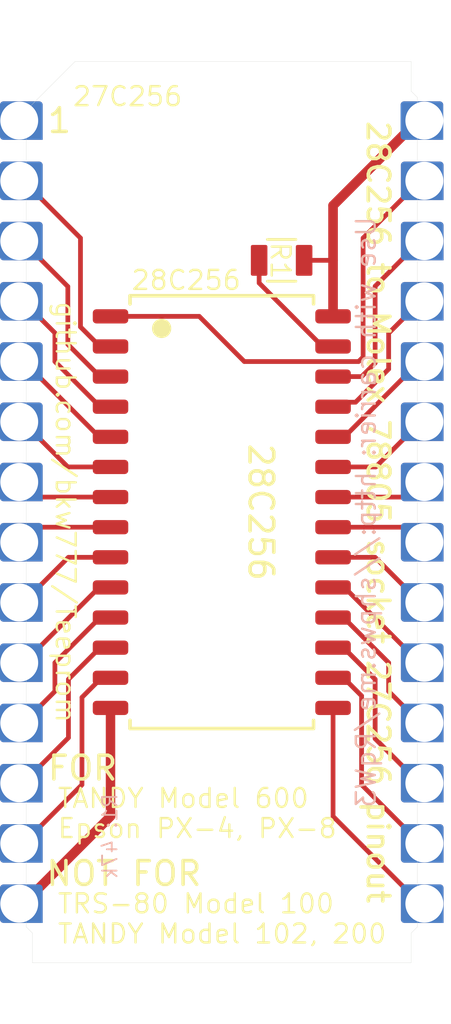
<source format=kicad_pcb>
(kicad_pcb (version 20171130) (host pcbnew 5.1.10-88a1d61d58~88~ubuntu20.10.1)

  (general
    (thickness 1.6)
    (drawings 24)
    (tracks 116)
    (zones 0)
    (modules 3)
    (nets 28)
  )

  (page A4)
  (title_block
    (title "28C256 to Molex 78805 socket with 27C256 pinout")
    (date 2021-05-10)
    (rev 003)
    (company b.kenyon.w@gmail.com)
  )

  (layers
    (0 Top signal)
    (31 Bottom signal)
    (32 B.Adhes user hide)
    (33 F.Adhes user hide)
    (34 B.Paste user hide)
    (35 F.Paste user hide)
    (36 B.SilkS user)
    (37 F.SilkS user)
    (38 B.Mask user)
    (39 F.Mask user)
    (40 Dwgs.User user hide)
    (41 Cmts.User user hide)
    (42 Eco1.User user hide)
    (43 Eco2.User user hide)
    (44 Edge.Cuts user)
    (45 Margin user hide)
    (46 B.CrtYd user hide)
    (47 F.CrtYd user hide)
    (48 B.Fab user hide)
    (49 F.Fab user hide)
  )

  (setup
    (last_trace_width 0.2)
    (user_trace_width 0.4)
    (trace_clearance 0.2)
    (zone_clearance 0.1524)
    (zone_45_only no)
    (trace_min 0.2)
    (via_size 0.5)
    (via_drill 0.3)
    (via_min_size 0.5)
    (via_min_drill 0.3)
    (uvia_size 0.5)
    (uvia_drill 0.3)
    (uvias_allowed no)
    (uvia_min_size 0.5)
    (uvia_min_drill 0.3)
    (edge_width 0.01)
    (segment_width 0.2032)
    (pcb_text_width 0.254)
    (pcb_text_size 1.2192 1.2192)
    (mod_edge_width 0.0254)
    (mod_text_size 0.4572 0.4572)
    (mod_text_width 0.0254)
    (pad_size 1.905 2.032)
    (pad_drill 1.524)
    (pad_to_mask_clearance 0)
    (solder_mask_min_width 0.22)
    (aux_axis_origin 0 0)
    (grid_origin 147.2184 99.187)
    (visible_elements FFFFFF7F)
    (pcbplotparams
      (layerselection 0x010f0_ffffffff)
      (usegerberextensions true)
      (usegerberattributes false)
      (usegerberadvancedattributes false)
      (creategerberjobfile false)
      (excludeedgelayer true)
      (linewidth 0.100000)
      (plotframeref false)
      (viasonmask false)
      (mode 1)
      (useauxorigin false)
      (hpglpennumber 1)
      (hpglpenspeed 20)
      (hpglpendiameter 15.000000)
      (psnegative false)
      (psa4output false)
      (plotreference true)
      (plotvalue true)
      (plotinvisibletext false)
      (padsonsilk false)
      (subtractmaskfromsilk false)
      (outputformat 1)
      (mirror false)
      (drillshape 0)
      (scaleselection 1)
      (outputdirectory "GERBER_Meeprom_003"))
  )

  (net 0 "")
  (net 1 /D3)
  (net 2 /A10)
  (net 3 /D4)
  (net 4 /A7)
  (net 5 /D5)
  (net 6 /A6)
  (net 7 /D6)
  (net 8 /A5)
  (net 9 /D7)
  (net 10 /A4)
  (net 11 /A11)
  (net 12 /A3)
  (net 13 /~OE)
  (net 14 /A2)
  (net 15 /A13)
  (net 16 /A1)
  (net 17 /A0)
  (net 18 /A12)
  (net 19 /D0)
  (net 20 /A9)
  (net 21 /D1)
  (net 22 /A8)
  (net 23 /D2)
  (net 24 /~CE)
  (net 25 /A14)
  (net 26 /~WE)
  (net 27 VCC)

  (net_class Default "This is the default net class."
    (clearance 0.2)
    (trace_width 0.2)
    (via_dia 0.5)
    (via_drill 0.3)
    (uvia_dia 0.5)
    (uvia_drill 0.3)
    (diff_pair_width 0.2)
    (diff_pair_gap 0.3)
    (add_net /A0)
    (add_net /A1)
    (add_net /A10)
    (add_net /A11)
    (add_net /A12)
    (add_net /A13)
    (add_net /A14)
    (add_net /A2)
    (add_net /A3)
    (add_net /A4)
    (add_net /A5)
    (add_net /A6)
    (add_net /A7)
    (add_net /A8)
    (add_net /A9)
    (add_net /D0)
    (add_net /D1)
    (add_net /D2)
    (add_net /D3)
    (add_net /D4)
    (add_net /D5)
    (add_net /D6)
    (add_net /D7)
    (add_net /~CE)
    (add_net /~OE)
    (add_net /~WE)
    (add_net VCC)
  )

  (module 000_LOCAL:R_0805 (layer Top) (tedit 60997F9A) (tstamp 5D22C129)
    (at 149.7457 88.5698)
    (descr "Resistor SMD 0805, reflow soldering, Vishay (see dcrcw.pdf)")
    (tags "resistor 0805")
    (path /5D2BF7AB)
    (attr smd)
    (fp_text reference R1 (at -0.0508 0.0127 -90 unlocked) (layer F.SilkS)
      (effects (font (size 0.8 0.8) (thickness 0.1)))
    )
    (fp_text value 47k (at 0 1.75) (layer F.Fab)
      (effects (font (size 1 1) (thickness 0.15)))
    )
    (fp_line (start 1.55 0.9) (end -1.55 0.9) (layer F.CrtYd) (width 0.05))
    (fp_line (start 1.55 0.9) (end 1.55 -0.9) (layer F.CrtYd) (width 0.05))
    (fp_line (start -1.55 -0.9) (end -1.55 0.9) (layer F.CrtYd) (width 0.05))
    (fp_line (start -1.55 -0.9) (end 1.55 -0.9) (layer F.CrtYd) (width 0.05))
    (fp_line (start -0.6 -0.88) (end 0.6 -0.88) (layer F.SilkS) (width 0.12))
    (fp_line (start 0.6 0.88) (end -0.6 0.88) (layer F.SilkS) (width 0.12))
    (fp_line (start -1 -0.62) (end 1 -0.62) (layer F.Fab) (width 0.1))
    (fp_line (start 1 -0.62) (end 1 0.62) (layer F.Fab) (width 0.1))
    (fp_line (start 1 0.62) (end -1 0.62) (layer F.Fab) (width 0.1))
    (fp_line (start -1 0.62) (end -1 -0.62) (layer F.Fab) (width 0.1))
    (fp_text user %R (at 0 0) (layer F.Fab)
      (effects (font (size 0.5 0.5) (thickness 0.075)))
    )
    (pad 1 smd roundrect (at -0.95 0) (size 0.7 1.3) (layers Top F.Paste F.Mask) (roundrect_rratio 0.1)
      (net 26 /~WE))
    (pad 2 smd roundrect (at 0.95 0) (size 0.7 1.3) (layers Top F.Paste F.Mask) (roundrect_rratio 0.1)
      (net 27 VCC))
    (model ${KIPRJMOD}/000_LOCAL.pretty/3d/R_0805.step
      (at (xyz 0 0 0))
      (scale (xyz 1 1 1))
      (rotate (xyz 0 0 0))
    )
  )

  (module 000_LOCAL:Molex78805_PCB (layer Top) (tedit 60508461) (tstamp 6051A918)
    (at 147.2184 99.187)
    (descr "Castellated edge contacts to fit Molex 78805 Socket")
    (path /5E6792DF)
    (solder_mask_margin 0.0508)
    (attr virtual)
    (fp_text reference J1 (at -1.905 0 -90) (layer Dwgs.User) hide
      (effects (font (size 1.2065 1.2065) (thickness 0.127)) (justify bottom))
    )
    (fp_text value "Molex 78805 socket 27C256 pinout" (at 1.27 0 -90) (layer F.Fab) hide
      (effects (font (size 1.2065 1.2065) (thickness 0.1016)) (justify bottom))
    )
    (fp_line (start -4 -17.5) (end -3.5 -17.5) (layer Dwgs.User) (width 0.01))
    (fp_line (start -4 -18) (end -4 -17.5) (layer Dwgs.User) (width 0.01))
    (fp_line (start -4 -18) (end -3.7 -17.7) (layer Dwgs.User) (width 0.01))
    (fp_line (start -4 -18) (end -4.3 -17.7) (layer Dwgs.User) (width 0.01))
    (fp_line (start -4 -19) (end -3.7 -19.3) (layer Dwgs.User) (width 0.01))
    (fp_line (start -4 -19) (end -4.3 -19.3) (layer Dwgs.User) (width 0.01))
    (fp_line (start -4 -19) (end -4 -20) (layer Dwgs.User) (width 0.01))
    (fp_line (start -6 -19) (end -5.7 -19.3) (layer Dwgs.User) (width 0.01))
    (fp_line (start -6 -19) (end -6.3 -19.3) (layer Dwgs.User) (width 0.01))
    (fp_line (start -6 -19) (end -6 -20) (layer Dwgs.User) (width 0.01))
    (fp_line (start -6 -18.3) (end -5.7 -18) (layer Dwgs.User) (width 0.01))
    (fp_line (start -6 -18.3) (end -6.3 -18) (layer Dwgs.User) (width 0.01))
    (fp_line (start -6 -17) (end -5.5 -17) (layer Dwgs.User) (width 0.01))
    (fp_line (start -6 -18.3) (end -6 -17) (layer Dwgs.User) (width 0.01))
    (fp_line (start 7.2 -18.3) (end 7.2 18.3) (layer Dwgs.User) (width 0.01))
    (fp_line (start -7.2 -18.3) (end -7.2 18.3) (layer Dwgs.User) (width 0.01))
    (fp_line (start -7.2 -18.3) (end 7.2 -18.3) (layer Dwgs.User) (width 0.01))
    (fp_line (start -7.2 18.3) (end 7.2 18.3) (layer Dwgs.User) (width 0.01))
    (fp_line (start 8.255 -20) (end 8.255 20) (layer Dwgs.User) (width 0.01))
    (fp_line (start -8.255 -20) (end -8.255 20) (layer Dwgs.User) (width 0.01))
    (fp_line (start -8.255 0.0508) (end -8.255 -0.0508) (layer Dwgs.User) (width 0.002))
    (fp_line (start -7.5057 16.4846) (end -7.5057 16.5354) (layer Dwgs.User) (width 0.001))
    (fp_poly (pts (xy 9.2156 1.9304) (xy 7.717 1.9304) (xy 7.717 0.6096) (xy 9.2156 0.6096)) (layer Top) (width 0.3048))
    (fp_poly (pts (xy 9.2156 -0.6096) (xy 7.717 -0.6096) (xy 7.717 -1.9304) (xy 9.2156 -1.9304)) (layer Top) (width 0.3048))
    (fp_poly (pts (xy 9.2156 14.6304) (xy 7.717 14.6304) (xy 7.717 13.3096) (xy 9.2156 13.3096)) (layer Top) (width 0.3048))
    (fp_poly (pts (xy 9.2156 7.0104) (xy 7.717 7.0104) (xy 7.717 5.6896) (xy 9.2156 5.6896)) (layer Top) (width 0.3048))
    (fp_poly (pts (xy 9.2156 10.7696) (xy 7.717 10.7696) (xy 7.717 12.0904) (xy 9.2156 12.0904)) (layer Bottom) (width 0.3048))
    (fp_poly (pts (xy 9.2156 4.4704) (xy 7.717 4.4704) (xy 7.717 3.1496) (xy 9.2156 3.1496)) (layer Top) (width 0.3048))
    (fp_poly (pts (xy 9.2156 -4.4704) (xy 7.717 -4.4704) (xy 7.717 -3.1496) (xy 9.2156 -3.1496)) (layer Bottom) (width 0.3048))
    (fp_poly (pts (xy 9.2156 8.2296) (xy 7.717 8.2296) (xy 7.717 9.5504) (xy 9.2156 9.5504)) (layer Bottom) (width 0.3048))
    (fp_poly (pts (xy 9.2156 13.3096) (xy 7.717 13.3096) (xy 7.717 14.6304) (xy 9.2156 14.6304)) (layer Bottom) (width 0.3048))
    (fp_poly (pts (xy 9.2156 -10.7696) (xy 7.717 -10.7696) (xy 7.717 -12.0904) (xy 9.2156 -12.0904)) (layer Top) (width 0.3048))
    (fp_poly (pts (xy 9.2156 -9.5504) (xy 7.717 -9.5504) (xy 7.717 -8.2296) (xy 9.2156 -8.2296)) (layer Bottom) (width 0.3048))
    (fp_poly (pts (xy 9.2156 0.6096) (xy 7.717 0.6096) (xy 7.717 1.9304) (xy 9.2156 1.9304)) (layer Bottom) (width 0.3048))
    (fp_poly (pts (xy 9.2156 3.1496) (xy 7.717 3.1496) (xy 7.717 4.4704) (xy 9.2156 4.4704)) (layer Bottom) (width 0.3048))
    (fp_poly (pts (xy 9.2156 -12.0904) (xy 7.717 -12.0904) (xy 7.717 -10.7696) (xy 9.2156 -10.7696)) (layer Bottom) (width 0.3048))
    (fp_poly (pts (xy 9.2156 -14.6304) (xy 7.717 -14.6304) (xy 7.717 -13.3096) (xy 9.2156 -13.3096)) (layer Bottom) (width 0.3048))
    (fp_poly (pts (xy 9.2156 12.0904) (xy 7.717 12.0904) (xy 7.717 10.7696) (xy 9.2156 10.7696)) (layer Top) (width 0.3048))
    (fp_poly (pts (xy 9.2156 9.5504) (xy 7.717 9.5504) (xy 7.717 8.2296) (xy 9.2156 8.2296)) (layer Top) (width 0.3048))
    (fp_poly (pts (xy 9.2156 -3.1496) (xy 7.717 -3.1496) (xy 7.717 -4.4704) (xy 9.2156 -4.4704)) (layer Top) (width 0.3048))
    (fp_poly (pts (xy 9.2156 -1.9304) (xy 7.717 -1.9304) (xy 7.717 -0.6096) (xy 9.2156 -0.6096)) (layer Bottom) (width 0.3048))
    (fp_poly (pts (xy 9.2156 -5.6896) (xy 7.717 -5.6896) (xy 7.717 -7.0104) (xy 9.2156 -7.0104)) (layer Top) (width 0.3048))
    (fp_poly (pts (xy 9.2156 17.1704) (xy 7.717 17.1704) (xy 7.717 15.8496) (xy 9.2156 15.8496)) (layer Top) (width 0.3048))
    (fp_poly (pts (xy 9.2156 5.6896) (xy 7.717 5.6896) (xy 7.717 7.0104) (xy 9.2156 7.0104)) (layer Bottom) (width 0.3048))
    (fp_poly (pts (xy 9.2156 -7.0104) (xy 7.717 -7.0104) (xy 7.717 -5.6896) (xy 9.2156 -5.6896)) (layer Bottom) (width 0.3048))
    (fp_poly (pts (xy 9.2156 -13.3096) (xy 7.717 -13.3096) (xy 7.717 -14.6304) (xy 9.2156 -14.6304)) (layer Top) (width 0.3048))
    (fp_poly (pts (xy 9.2156 15.8496) (xy 7.717 15.8496) (xy 7.717 17.1704) (xy 9.2156 17.1704)) (layer Bottom) (width 0.3048))
    (fp_poly (pts (xy 9.2156 -8.2296) (xy 7.717 -8.2296) (xy 7.717 -9.5504) (xy 9.2156 -9.5504)) (layer Top) (width 0.3048))
    (fp_poly (pts (xy 9.2029 -15.8496) (xy 7.7043 -15.8496) (xy 7.7043 -17.1704) (xy 9.2029 -17.1704)) (layer Top) (width 0.3048))
    (fp_poly (pts (xy 9.2029 -15.8496) (xy 7.7043 -15.8496) (xy 7.7043 -17.1704) (xy 9.2029 -17.1704)) (layer Bottom) (width 0.3048))
    (fp_poly (pts (xy -7.717 0.6096) (xy -9.2156 0.6096) (xy -9.2156 1.9304) (xy -7.717 1.9304)) (layer Bottom) (width 0.3048))
    (fp_poly (pts (xy -7.717 3.1496) (xy -9.2156 3.1496) (xy -9.2156 4.4704) (xy -7.717 4.4704)) (layer Bottom) (width 0.3048))
    (fp_poly (pts (xy -7.717 -12.0904) (xy -9.2156 -12.0904) (xy -9.2156 -10.7696) (xy -7.717 -10.7696)) (layer Bottom) (width 0.3048))
    (fp_poly (pts (xy -7.717 -4.4704) (xy -9.2156 -4.4704) (xy -9.2156 -3.1496) (xy -7.717 -3.1496)) (layer Bottom) (width 0.3048))
    (fp_poly (pts (xy -7.717 -1.9304) (xy -9.2156 -1.9304) (xy -9.2156 -0.6096) (xy -7.717 -0.6096)) (layer Bottom) (width 0.3048))
    (fp_poly (pts (xy -7.717 13.3096) (xy -9.2156 13.3096) (xy -9.2156 14.6304) (xy -7.717 14.6304)) (layer Bottom) (width 0.3048))
    (fp_poly (pts (xy -7.717 -9.5504) (xy -9.2156 -9.5504) (xy -9.2156 -8.2296) (xy -7.717 -8.2296)) (layer Bottom) (width 0.3048))
    (fp_poly (pts (xy -7.717 -7.0104) (xy -9.2156 -7.0104) (xy -9.2156 -5.6896) (xy -7.717 -5.6896)) (layer Bottom) (width 0.3048))
    (fp_poly (pts (xy -7.717 5.6896) (xy -9.2156 5.6896) (xy -9.2156 7.0104) (xy -7.717 7.0104)) (layer Bottom) (width 0.3048))
    (fp_poly (pts (xy -7.717 8.2296) (xy -9.2156 8.2296) (xy -9.2156 9.5504) (xy -7.717 9.5504)) (layer Bottom) (width 0.3048))
    (fp_poly (pts (xy -7.717 -14.6304) (xy -9.2156 -14.6304) (xy -9.2156 -13.3096) (xy -7.717 -13.3096)) (layer Bottom) (width 0.3048))
    (fp_poly (pts (xy -7.717 15.8496) (xy -9.2156 15.8496) (xy -9.2156 17.1704) (xy -7.717 17.1704)) (layer Bottom) (width 0.3048))
    (fp_poly (pts (xy -7.717 10.7696) (xy -9.2156 10.7696) (xy -9.2156 12.0904) (xy -7.717 12.0904)) (layer Bottom) (width 0.3048))
    (fp_poly (pts (xy -7.717 17.1704) (xy -9.2156 17.1704) (xy -9.2156 15.8496) (xy -7.717 15.8496)) (layer Top) (width 0.3048))
    (fp_poly (pts (xy -7.717 14.6304) (xy -9.2156 14.6304) (xy -9.2156 13.3096) (xy -7.717 13.3096)) (layer Top) (width 0.3048))
    (fp_poly (pts (xy -7.717 12.0904) (xy -9.2156 12.0904) (xy -9.2156 10.7696) (xy -7.717 10.7696)) (layer Top) (width 0.3048))
    (fp_poly (pts (xy -7.717 9.5504) (xy -9.2156 9.5504) (xy -9.2156 8.2296) (xy -7.717 8.2296)) (layer Top) (width 0.3048))
    (fp_poly (pts (xy -7.717 7.0104) (xy -9.2156 7.0104) (xy -9.2156 5.6896) (xy -7.717 5.6896)) (layer Top) (width 0.3048))
    (fp_poly (pts (xy -7.717 4.4704) (xy -9.2156 4.4704) (xy -9.2156 3.1496) (xy -7.717 3.1496)) (layer Top) (width 0.3048))
    (fp_poly (pts (xy -7.717 1.9304) (xy -9.2156 1.9304) (xy -9.2156 0.6096) (xy -7.717 0.6096)) (layer Top) (width 0.3048))
    (fp_poly (pts (xy -7.717 -0.6096) (xy -9.2156 -0.6096) (xy -9.2156 -1.9304) (xy -7.717 -1.9304)) (layer Top) (width 0.3048))
    (fp_poly (pts (xy -7.717 -3.1496) (xy -9.2156 -3.1496) (xy -9.2156 -4.4704) (xy -7.717 -4.4704)) (layer Top) (width 0.3048))
    (fp_poly (pts (xy -7.717 -5.6896) (xy -9.2156 -5.6896) (xy -9.2156 -7.0104) (xy -7.717 -7.0104)) (layer Top) (width 0.3048))
    (fp_poly (pts (xy -7.717 -8.2296) (xy -9.2156 -8.2296) (xy -9.2156 -9.5504) (xy -7.717 -9.5504)) (layer Top) (width 0.3048))
    (fp_poly (pts (xy -7.717 -10.7696) (xy -9.2156 -10.7696) (xy -9.2156 -12.0904) (xy -7.717 -12.0904)) (layer Top) (width 0.3048))
    (fp_poly (pts (xy -7.717 -13.3096) (xy -9.2156 -13.3096) (xy -9.2156 -14.6304) (xy -7.717 -14.6304)) (layer Top) (width 0.3048))
    (fp_poly (pts (xy -7.717 -15.8496) (xy -9.2156 -15.8496) (xy -9.2156 -17.1704) (xy -7.717 -17.1704)) (layer Top) (width 0.3048))
    (fp_poly (pts (xy -7.717 -15.8496) (xy -9.2156 -15.8496) (xy -9.2156 -17.1704) (xy -7.717 -17.1704)) (layer Bottom) (width 0.3048))
    (fp_line (start 4.5593 19.05) (end 8.26 19.05) (layer Eco1.User) (width 0.01))
    (fp_line (start -8.26 19.05) (end -4.5593 19.05) (layer Eco1.User) (width 0.01))
    (fp_line (start 0.762 -19.05) (end 8.26 -19.05) (layer Eco1.User) (width 0.01))
    (fp_line (start -8.26 -19.05) (end -0.762 -19.05) (layer Eco1.User) (width 0.01))
    (fp_line (start 8.26 19.05) (end 8.26 -19.05) (layer Eco1.User) (width 0.01))
    (fp_line (start -8.26 19.05) (end -8.26 -19.05) (layer Eco1.User) (width 0.01))
    (fp_line (start 3.0353 19.05) (end -3.0353 19.05) (layer Eco1.User) (width 0.01))
    (fp_line (start 3.0353 21.59) (end 3.0353 19.05) (layer Eco1.User) (width 0.01))
    (fp_line (start 4.5593 21.59) (end 3.0353 21.59) (layer Eco1.User) (width 0.01))
    (fp_line (start 4.5593 19.05) (end 4.5593 21.59) (layer Eco1.User) (width 0.01))
    (fp_line (start -3.0353 21.59) (end -3.0353 19.05) (layer Eco1.User) (width 0.01))
    (fp_line (start -4.5593 21.59) (end -3.0353 21.59) (layer Eco1.User) (width 0.01))
    (fp_line (start -4.5593 19.05) (end -4.5593 21.59) (layer Eco1.User) (width 0.01))
    (fp_line (start 0.762 -21.59) (end 0.762 -19.05) (layer Eco1.User) (width 0.01))
    (fp_line (start -0.762 -21.59) (end 0.762 -21.59) (layer Eco1.User) (width 0.01))
    (fp_line (start -0.762 -19.05) (end -0.762 -21.59) (layer Eco1.User) (width 0.01))
    (fp_line (start -8 19) (end 8 19) (layer Eco2.User) (width 0.01))
    (fp_line (start 8 19) (end 8 17.75) (layer Eco2.User) (width 0.01))
    (fp_line (start 8 17.75) (end 8.26 17.49) (layer Eco2.User) (width 0.01))
    (fp_line (start -8 19) (end -8 17.75) (layer Eco2.User) (width 0.01))
    (fp_line (start -8 17.75) (end -8.26 17.49) (layer Eco2.User) (width 0.01))
    (fp_line (start 8 -17.75) (end 8 -19) (layer Eco2.User) (width 0.01))
    (fp_line (start 8.26 -17.49) (end 8 -17.75) (layer Eco2.User) (width 0.01))
    (fp_line (start 8.26 17.49) (end 8.26 -17.49) (layer Eco2.User) (width 0.01))
    (fp_line (start -8.26 17.49) (end -8.26 -16.94) (layer Eco2.User) (width 0.01))
    (fp_line (start 8 -19) (end -6.2 -19) (layer Eco2.User) (width 0.01))
    (fp_line (start -6.2 -19) (end -8.26 -16.94) (layer Eco2.User) (width 0.01))
    (fp_line (start 7.75716 17.78) (end 7.75716 12.7) (layer Dwgs.User) (width 0.01))
    (fp_line (start 6.35 12.065) (end 6.35 15.24) (layer Dwgs.User) (width 0.05))
    (fp_line (start 6.35 15.24) (end 7.747 15.24) (layer Dwgs.User) (width 0.05))
    (fp_line (start 7.747 15.24) (end 7.467 15.52) (layer Dwgs.User) (width 0.05))
    (fp_line (start 7.467 14.96) (end 7.747 15.24) (layer Dwgs.User) (width 0.05))
    (fp_line (start 8.27 15.24) (end 8.55 15.52) (layer Dwgs.User) (width 0.05))
    (fp_line (start 8.55 14.96) (end 8.27 15.24) (layer Dwgs.User) (width 0.05))
    (fp_line (start 8.27 15.24) (end 9.667 15.24) (layer Dwgs.User) (width 0.05))
    (fp_line (start -5 -19) (end -5 -18) (layer Dwgs.User) (width 0.01))
    (fp_line (start -5 -18) (end 5 -18) (layer Dwgs.User) (width 0.01))
    (fp_line (start 5 -18) (end 5 -19) (layer Dwgs.User) (width 0.01))
    (fp_line (start 5 -19) (end -5 -19) (layer Dwgs.User) (width 0.01))
    (fp_line (start 5 19) (end 5 18) (layer Dwgs.User) (width 0.01))
    (fp_line (start -5 18) (end -5 19) (layer Dwgs.User) (width 0.01))
    (fp_line (start -5 18) (end 5 18) (layer Dwgs.User) (width 0.01))
    (fp_line (start -5 19) (end 5 19) (layer Dwgs.User) (width 0.01))
    (fp_text user "0.7 border on bottom - 36.6 x 14.4 x 1.4 usable bottom" (at -5.5 -17) (layer Dwgs.User)
      (effects (font (size 0.25 0.25) (thickness 0.02)) (justify left))
    )
    (fp_text user "10.0 x 1.0 retainer wedges on top" (at -3.5 -17.5) (layer Dwgs.User)
      (effects (font (size 0.25 0.25) (thickness 0.02)) (justify left))
    )
    (fp_text user "Castellation depth 0.5mm min" (at 6.35 0 -90) (layer Dwgs.User)
      (effects (font (size 1 1) (thickness 0.1)))
    )
    (fp_text user "Board outline: 0.01mm grid, copy Eco2.User" (at -6 0 -90) (layer Eco2.User)
      (effects (font (size 1 1) (thickness 0.1)))
    )
    (fp_text user "Eco1.User is Edge.Cuts for use without carrier." (at -4.445 0 -90) (layer Eco1.User)
      (effects (font (size 0.8 0.8) (thickness 0.05)))
    )
    (pad 1 thru_hole circle (at -8.5552 -16.51) (size 1.6002 1.6002) (drill 1.59766) (layers *.Cu *.Mask)
      (zone_connect 0))
    (pad 28 thru_hole circle (at 8.5552 -16.51 180) (size 1.6002 1.6002) (drill 1.59766) (layers *.Cu *.Mask)
      (net 27 VCC))
    (pad 14 thru_hole circle (at -8.5552 16.51) (size 1.6002 1.6002) (drill 1.59766) (layers *.Cu *.Mask)
      (zone_connect 0))
    (pad 27 thru_hole circle (at 8.5552 -13.97 180) (size 1.6002 1.6002) (drill 1.59766) (layers *.Cu *.Mask)
      (net 25 /A14))
    (pad 13 thru_hole circle (at -8.5552 13.97) (size 1.6002 1.6002) (drill 1.59766) (layers *.Cu *.Mask)
      (net 23 /D2) (zone_connect 0))
    (pad 26 thru_hole circle (at 8.5552 -11.43 180) (size 1.6002 1.6002) (drill 1.59766) (layers *.Cu *.Mask)
      (net 15 /A13))
    (pad 12 thru_hole circle (at -8.5552 11.43) (size 1.6002 1.6002) (drill 1.59766) (layers *.Cu *.Mask)
      (net 21 /D1) (zone_connect 0))
    (pad 25 thru_hole circle (at 8.5552 -8.89 180) (size 1.6002 1.6002) (drill 1.59766) (layers *.Cu *.Mask)
      (net 22 /A8))
    (pad 11 thru_hole circle (at -8.5552 8.89) (size 1.6002 1.6002) (drill 1.59766) (layers *.Cu *.Mask)
      (net 19 /D0) (zone_connect 0))
    (pad 24 thru_hole circle (at 8.5552 -6.35 180) (size 1.6002 1.6002) (drill 1.59766) (layers *.Cu *.Mask)
      (net 20 /A9))
    (pad 10 thru_hole circle (at -8.5552 6.35) (size 1.6002 1.6002) (drill 1.59766) (layers *.Cu *.Mask)
      (net 17 /A0) (zone_connect 0))
    (pad 23 thru_hole circle (at 8.5552 -3.81 180) (size 1.6002 1.6002) (drill 1.59766) (layers *.Cu *.Mask)
      (net 11 /A11))
    (pad 9 thru_hole circle (at -8.5552 3.81) (size 1.6002 1.6002) (drill 1.59766) (layers *.Cu *.Mask)
      (net 16 /A1) (zone_connect 0))
    (pad 22 thru_hole circle (at 8.5552 -1.27 180) (size 1.6002 1.6002) (drill 1.59766) (layers *.Cu *.Mask)
      (net 13 /~OE))
    (pad 8 thru_hole circle (at -8.5552 1.27) (size 1.6002 1.6002) (drill 1.59766) (layers *.Cu *.Mask)
      (net 14 /A2) (zone_connect 0))
    (pad 21 thru_hole circle (at 8.5552 1.27 180) (size 1.6002 1.6002) (drill 1.59766) (layers *.Cu *.Mask)
      (net 2 /A10))
    (pad 7 thru_hole circle (at -8.5552 -1.27) (size 1.6002 1.6002) (drill 1.59766) (layers *.Cu *.Mask)
      (net 12 /A3) (zone_connect 0))
    (pad 20 thru_hole circle (at 8.5552 3.81 180) (size 1.6002 1.6002) (drill 1.59766) (layers *.Cu *.Mask)
      (net 24 /~CE))
    (pad 6 thru_hole circle (at -8.5552 -3.81) (size 1.6002 1.6002) (drill 1.59766) (layers *.Cu *.Mask)
      (net 10 /A4) (zone_connect 0))
    (pad 19 thru_hole circle (at 8.5552 6.35 180) (size 1.6002 1.6002) (drill 1.59766) (layers *.Cu *.Mask)
      (net 9 /D7))
    (pad 5 thru_hole circle (at -8.5552 -6.35) (size 1.6002 1.6002) (drill 1.59766) (layers *.Cu *.Mask)
      (net 8 /A5) (zone_connect 0))
    (pad 18 thru_hole circle (at 8.5552 8.89 180) (size 1.6002 1.6002) (drill 1.59766) (layers *.Cu *.Mask)
      (net 7 /D6))
    (pad 4 thru_hole circle (at -8.5552 -8.89) (size 1.6002 1.6002) (drill 1.59766) (layers *.Cu *.Mask)
      (net 6 /A6) (zone_connect 0))
    (pad 17 thru_hole circle (at 8.5552 11.43 180) (size 1.6002 1.6002) (drill 1.59766) (layers *.Cu *.Mask)
      (net 5 /D5))
    (pad 3 thru_hole circle (at -8.5552 -11.43) (size 1.6002 1.6002) (drill 1.59766) (layers *.Cu *.Mask)
      (net 4 /A7) (zone_connect 0))
    (pad 16 thru_hole circle (at 8.5552 13.97 180) (size 1.6002 1.6002) (drill 1.59766) (layers *.Cu *.Mask)
      (net 3 /D4))
    (pad 2 thru_hole circle (at -8.5552 -13.97) (size 1.6002 1.6002) (drill 1.59766) (layers *.Cu *.Mask)
      (net 18 /A12) (zone_connect 0))
    (pad 15 thru_hole circle (at 8.5552 16.51 180) (size 1.6002 1.6002) (drill 1.59766) (layers *.Cu *.Mask)
      (net 1 /D3))
    (model ${KIPRJMOD}/000_LOCAL.pretty/3d/Molex78805_PCB_Carrier_chamfer.step
      (offset (xyz 0 0 -0.25))
      (scale (xyz 1 1 1))
      (rotate (xyz 0 0 90))
    )
  )

  (module 000_LOCAL:SOIC-28W (layer Top) (tedit 5F92395F) (tstamp 5D21E664)
    (at 147.2184 99.187)
    (descr "28-Lead Plastic Small Outline (SO) - Wide, 7.50 mm Body [SOIC] (see Microchip Packaging Specification 00000049BS.pdf)")
    (tags "SOIC 1.27")
    (path /5D231C6F)
    (attr smd)
    (fp_text reference U1 (at 0 0 -90) (layer F.SilkS) hide
      (effects (font (size 1 1) (thickness 0.15)))
    )
    (fp_text value 28C256 (at 0 1.27 180) (layer F.Fab)
      (effects (font (size 1 1) (thickness 0.15)))
    )
    (fp_circle (center -2.54 -7.747) (end -2.3368 -7.747) (layer F.SilkS) (width 0.4064))
    (fp_line (start -2.75 -8.95) (end 3.75 -8.95) (layer F.Fab) (width 0.15))
    (fp_line (start 3.75 -8.95) (end 3.75 8.95) (layer F.Fab) (width 0.15))
    (fp_line (start 3.75 8.95) (end -3.75 8.95) (layer F.Fab) (width 0.15))
    (fp_line (start -3.75 8.95) (end -3.75 -7.95) (layer F.Fab) (width 0.15))
    (fp_line (start -3.75 -7.95) (end -2.75 -8.95) (layer F.Fab) (width 0.15))
    (fp_line (start -5.95 -9.3) (end -5.95 9.3) (layer F.CrtYd) (width 0.05))
    (fp_line (start 5.95 -9.3) (end 5.95 9.3) (layer F.CrtYd) (width 0.05))
    (fp_line (start -5.95 -9.3) (end 5.95 -9.3) (layer F.CrtYd) (width 0.05))
    (fp_line (start -5.95 9.3) (end 5.95 9.3) (layer F.CrtYd) (width 0.05))
    (fp_line (start -3.875 -9.125) (end -3.875 -8.78) (layer F.SilkS) (width 0.15))
    (fp_line (start 3.875 -9.125) (end 3.875 -8.78) (layer F.SilkS) (width 0.15))
    (fp_line (start 3.875 9.125) (end 3.875 8.78) (layer F.SilkS) (width 0.15))
    (fp_line (start -3.875 9.125) (end -3.875 8.78) (layer F.SilkS) (width 0.15))
    (fp_line (start -3.875 -9.125) (end 3.875 -9.125) (layer F.SilkS) (width 0.15))
    (fp_line (start -3.875 9.125) (end 3.875 9.125) (layer F.SilkS) (width 0.15))
    (fp_text user 28C256 (at 1.651 0 270 unlocked) (layer F.SilkS)
      (effects (font (size 1 1) (thickness 0.15)))
    )
    (fp_text user %R (at 0 0) (layer F.Fab)
      (effects (font (size 1 1) (thickness 0.15)))
    )
    (pad 1 smd roundrect (at -4.7 -8.255) (size 1.5 0.6) (layers Top F.Paste F.Mask) (roundrect_rratio 0.25)
      (net 25 /A14))
    (pad 2 smd roundrect (at -4.7 -6.985) (size 1.5 0.6) (layers Top F.Paste F.Mask) (roundrect_rratio 0.25)
      (net 18 /A12))
    (pad 3 smd roundrect (at -4.7 -5.715) (size 1.5 0.6) (layers Top F.Paste F.Mask) (roundrect_rratio 0.25)
      (net 4 /A7))
    (pad 4 smd roundrect (at -4.7 -4.445) (size 1.5 0.6) (layers Top F.Paste F.Mask) (roundrect_rratio 0.25)
      (net 6 /A6))
    (pad 5 smd roundrect (at -4.7 -3.175) (size 1.5 0.6) (layers Top F.Paste F.Mask) (roundrect_rratio 0.25)
      (net 8 /A5))
    (pad 6 smd roundrect (at -4.7 -1.905) (size 1.5 0.6) (layers Top F.Paste F.Mask) (roundrect_rratio 0.25)
      (net 10 /A4))
    (pad 7 smd roundrect (at -4.7 -0.635) (size 1.5 0.6) (layers Top F.Paste F.Mask) (roundrect_rratio 0.25)
      (net 12 /A3))
    (pad 8 smd roundrect (at -4.7 0.635) (size 1.5 0.6) (layers Top F.Paste F.Mask) (roundrect_rratio 0.25)
      (net 14 /A2))
    (pad 9 smd roundrect (at -4.7 1.905) (size 1.5 0.6) (layers Top F.Paste F.Mask) (roundrect_rratio 0.25)
      (net 16 /A1))
    (pad 10 smd roundrect (at -4.7 3.175) (size 1.5 0.6) (layers Top F.Paste F.Mask) (roundrect_rratio 0.25)
      (net 17 /A0))
    (pad 11 smd roundrect (at -4.7 4.445) (size 1.5 0.6) (layers Top F.Paste F.Mask) (roundrect_rratio 0.25)
      (net 19 /D0))
    (pad 12 smd roundrect (at -4.7 5.715) (size 1.5 0.6) (layers Top F.Paste F.Mask) (roundrect_rratio 0.25)
      (net 21 /D1))
    (pad 13 smd roundrect (at -4.7 6.985) (size 1.5 0.6) (layers Top F.Paste F.Mask) (roundrect_rratio 0.25)
      (net 23 /D2))
    (pad 14 smd roundrect (at -4.7 8.255) (size 1.5 0.6) (layers Top F.Paste F.Mask) (roundrect_rratio 0.25))
    (pad 15 smd roundrect (at 4.7 8.255) (size 1.5 0.6) (layers Top F.Paste F.Mask) (roundrect_rratio 0.25)
      (net 1 /D3))
    (pad 16 smd roundrect (at 4.7 6.985) (size 1.5 0.6) (layers Top F.Paste F.Mask) (roundrect_rratio 0.25)
      (net 3 /D4))
    (pad 17 smd roundrect (at 4.7 5.715) (size 1.5 0.6) (layers Top F.Paste F.Mask) (roundrect_rratio 0.25)
      (net 5 /D5))
    (pad 18 smd roundrect (at 4.7 4.445) (size 1.5 0.6) (layers Top F.Paste F.Mask) (roundrect_rratio 0.25)
      (net 7 /D6))
    (pad 19 smd roundrect (at 4.7 3.175) (size 1.5 0.6) (layers Top F.Paste F.Mask) (roundrect_rratio 0.25)
      (net 9 /D7))
    (pad 20 smd roundrect (at 4.7 1.905) (size 1.5 0.6) (layers Top F.Paste F.Mask) (roundrect_rratio 0.25)
      (net 24 /~CE))
    (pad 21 smd roundrect (at 4.7 0.635) (size 1.5 0.6) (layers Top F.Paste F.Mask) (roundrect_rratio 0.25)
      (net 2 /A10))
    (pad 22 smd roundrect (at 4.7 -0.635) (size 1.5 0.6) (layers Top F.Paste F.Mask) (roundrect_rratio 0.25)
      (net 13 /~OE))
    (pad 23 smd roundrect (at 4.7 -1.905) (size 1.5 0.6) (layers Top F.Paste F.Mask) (roundrect_rratio 0.25)
      (net 11 /A11))
    (pad 24 smd roundrect (at 4.7 -3.175) (size 1.5 0.6) (layers Top F.Paste F.Mask) (roundrect_rratio 0.25)
      (net 20 /A9))
    (pad 25 smd roundrect (at 4.7 -4.445) (size 1.5 0.6) (layers Top F.Paste F.Mask) (roundrect_rratio 0.25)
      (net 22 /A8))
    (pad 26 smd roundrect (at 4.7 -5.715) (size 1.5 0.6) (layers Top F.Paste F.Mask) (roundrect_rratio 0.25)
      (net 15 /A13))
    (pad 27 smd roundrect (at 4.7 -6.985) (size 1.5 0.6) (layers Top F.Paste F.Mask) (roundrect_rratio 0.25)
      (net 26 /~WE))
    (pad 28 smd roundrect (at 4.7 -8.255) (size 1.5 0.6) (layers Top F.Paste F.Mask) (roundrect_rratio 0.25)
      (net 27 VCC))
    (model ${KIPRJMOD}/000_LOCAL.pretty/3d/SW3dPS-SOIC28-300.STEP
      (at (xyz 0 0 0))
      (scale (xyz 1 1 1))
      (rotate (xyz 0 0 90))
    )
  )

  (gr_text "TRS-80 Model 100" (at 140.2334 115.697) (layer F.SilkS) (tstamp 6099CBEB)
    (effects (font (size 0.8 0.8) (thickness 0.1)) (justify left))
  )
  (gr_text FOR (at 139.7889 109.982) (layer F.SilkS) (tstamp 609A4E7C)
    (effects (font (size 1 1) (thickness 0.15)) (justify left))
  )
  (gr_text "TANDY Model 102, 200" (at 140.2334 116.967) (layer F.SilkS) (tstamp 609A4ABD)
    (effects (font (size 0.8 0.8) (thickness 0.1)) (justify left))
  )
  (gr_text "Epson PX-4, PX-8" (at 140.2334 112.522) (layer F.SilkS) (tstamp 6051B5FA)
    (effects (font (size 0.8 0.8) (thickness 0.1)) (justify left))
  )
  (gr_text "NOT FOR" (at 139.7254 114.427) (layer F.SilkS) (tstamp 609A45AF)
    (effects (font (size 1 1) (thickness 0.15)) (justify left))
  )
  (gr_text "TANDY Model 600" (at 140.2334 111.252) (layer F.SilkS) (tstamp 609A4791)
    (effects (font (size 0.8 0.8) (thickness 0.1)) (justify left))
  )
  (gr_line (start 155.2184 116.937) (end 155.2184 118.187) (layer Edge.Cuts) (width 0.01) (tstamp 6051B283))
  (gr_line (start 155.4784 116.677) (end 155.2184 116.937) (layer Edge.Cuts) (width 0.01))
  (gr_line (start 155.4784 81.697) (end 155.4784 116.677) (layer Edge.Cuts) (width 0.01))
  (gr_line (start 155.2184 81.437) (end 155.4784 81.697) (layer Edge.Cuts) (width 0.01))
  (gr_line (start 155.2184 80.187) (end 155.2184 81.437) (layer Edge.Cuts) (width 0.01))
  (gr_line (start 138.9584 82.247) (end 141.0184 80.187) (layer Edge.Cuts) (width 0.01) (tstamp 6051B27F))
  (gr_line (start 138.9584 116.677) (end 138.9584 82.247) (layer Edge.Cuts) (width 0.01))
  (gr_line (start 139.2184 116.937) (end 138.9584 116.677) (layer Edge.Cuts) (width 0.01))
  (gr_line (start 139.2184 118.187) (end 139.2184 116.937) (layer Edge.Cuts) (width 0.01))
  (gr_text "28C256 to Molex 78805 socket 27C256 pinout" (at 153.8224 99.187 -90) (layer F.SilkS)
    (effects (font (size 0.9144 0.9144) (thickness 0.1524)))
  )
  (gr_text 1 (at 140.3604 82.677) (layer F.SilkS) (tstamp 5E64AE59)
    (effects (font (size 1 1) (thickness 0.15)))
  )
  (gr_text 28C256 (at 143.3449 89.408) (layer F.SilkS) (tstamp 5E64AC58)
    (effects (font (size 0.8 0.8) (thickness 0.1)) (justify left))
  )
  (gr_line (start 141.0184 80.187) (end 155.2184 80.187) (layer Edge.Cuts) (width 0.01))
  (gr_line (start 155.2184 118.187) (end 139.2184 118.187) (layer Edge.Cuts) (width 0.01) (tstamp 5D75CF96))
  (gr_text "Use with carrier: http://shpws.me/RqW3" (at 153.3144 99.187 90) (layer B.SilkS)
    (effects (font (size 0.8 0.8) (thickness 0.1)) (justify mirror))
  )
  (gr_text github.com/bkw777/Teeprom (at 140.6144 99.187 -90) (layer F.SilkS)
    (effects (font (size 0.8 0.8) (thickness 0.1)))
  )
  (gr_text "R1: 47k" (at 142.494 112.8522 -270) (layer B.SilkS)
    (effects (font (size 0.6096 0.6096) (thickness 0.0762)) (justify mirror))
  )
  (gr_text 27C256 (at 140.8684 81.661) (layer F.SilkS)
    (effects (font (size 0.8 0.8) (thickness 0.1)) (justify left))
  )

  (segment (start 138.8364 115.697) (end 138.6632 115.697) (width 0.4) (layer Top) (net 0))
  (segment (start 142.5184 112.015) (end 138.8364 115.697) (width 0.4) (layer Top) (net 0))
  (segment (start 142.5184 107.442) (end 142.5184 112.015) (width 0.4) (layer Top) (net 0))
  (segment (start 151.9184 112.015) (end 151.9184 107.442) (width 0.2) (layer Top) (net 1))
  (segment (start 155.7274 115.697) (end 155.6004 115.697) (width 0.2032) (layer Top) (net 1))
  (segment (start 155.6004 115.697) (end 151.9184 112.015) (width 0.2) (layer Top) (net 1))
  (segment (start 155.1834 99.822) (end 155.8184 100.457) (width 0.2032) (layer Top) (net 2))
  (segment (start 151.9184 99.822) (end 155.1834 99.822) (width 0.2) (layer Top) (net 2))
  (segment (start 155.6004 113.157) (end 155.7736 113.157) (width 0.2) (layer Top) (net 3))
  (segment (start 153.1239 110.6805) (end 155.6004 113.157) (width 0.2) (layer Top) (net 3))
  (segment (start 153.1239 106.934) (end 153.1239 110.6805) (width 0.2) (layer Top) (net 3))
  (segment (start 152.3619 106.172) (end 153.1239 106.934) (width 0.2) (layer Top) (net 3))
  (segment (start 151.9184 106.172) (end 152.3619 106.172) (width 0.2) (layer Top) (net 3))
  (segment (start 138.7094 87.757) (end 138.7983 87.757) (width 0.2032) (layer Top) (net 4))
  (segment (start 142.0749 93.472) (end 142.5184 93.472) (width 0.2) (layer Top) (net 4))
  (segment (start 140.716 92.1131) (end 142.0749 93.472) (width 0.2) (layer Top) (net 4))
  (segment (start 140.716 89.6747) (end 140.716 92.1131) (width 0.2) (layer Top) (net 4))
  (segment (start 138.7983 87.757) (end 140.716 89.6747) (width 0.2) (layer Top) (net 4))
  (segment (start 152.3619 104.902) (end 151.9184 104.902) (width 0.2032) (layer Top) (net 5))
  (segment (start 153.6954 106.2355) (end 152.3619 104.902) (width 0.2032) (layer Top) (net 5))
  (segment (start 153.6954 108.7374) (end 153.6954 106.2355) (width 0.2032) (layer Top) (net 5))
  (segment (start 155.575 110.617) (end 153.6954 108.7374) (width 0.2032) (layer Top) (net 5))
  (segment (start 155.7274 110.617) (end 155.575 110.617) (width 0.2032) (layer Top) (net 5))
  (segment (start 138.8364 90.297) (end 138.6632 90.297) (width 0.2) (layer Top) (net 6))
  (segment (start 140.1699 91.6305) (end 138.8364 90.297) (width 0.2) (layer Top) (net 6))
  (segment (start 140.1699 92.837) (end 140.1699 91.6305) (width 0.2) (layer Top) (net 6))
  (segment (start 142.0749 94.742) (end 140.1699 92.837) (width 0.2) (layer Top) (net 6))
  (segment (start 142.5184 94.742) (end 142.0749 94.742) (width 0.2) (layer Top) (net 6))
  (segment (start 155.6004 108.077) (end 155.7736 108.077) (width 0.2) (layer Top) (net 7))
  (segment (start 154.2669 106.7435) (end 155.6004 108.077) (width 0.2) (layer Top) (net 7))
  (segment (start 154.2669 105.537) (end 154.2669 106.7435) (width 0.2) (layer Top) (net 7))
  (segment (start 152.3619 103.632) (end 154.2669 105.537) (width 0.2) (layer Top) (net 7))
  (segment (start 151.9184 103.632) (end 152.3619 103.632) (width 0.2) (layer Top) (net 7))
  (segment (start 138.7094 92.837) (end 138.811 92.837) (width 0.2032) (layer Top) (net 8))
  (segment (start 142.0368 96.012) (end 142.5184 96.012) (width 0.2) (layer Top) (net 8))
  (segment (start 138.8618 92.837) (end 142.0368 96.012) (width 0.2) (layer Top) (net 8))
  (segment (start 138.811 92.837) (end 138.8618 92.837) (width 0.2) (layer Top) (net 8))
  (segment (start 155.7274 105.537) (end 155.6004 105.537) (width 0.2032) (layer Top) (net 9))
  (segment (start 152.4 102.362) (end 151.9184 102.362) (width 0.2) (layer Top) (net 9))
  (segment (start 155.575 105.537) (end 152.4 102.362) (width 0.2) (layer Top) (net 9))
  (segment (start 155.6004 105.537) (end 155.575 105.537) (width 0.2) (layer Top) (net 9))
  (segment (start 140.716 97.282) (end 142.5184 97.282) (width 0.2) (layer Top) (net 10))
  (segment (start 138.7094 95.377) (end 138.811 95.377) (width 0.2032) (layer Top) (net 10))
  (segment (start 138.811 95.377) (end 140.716 97.282) (width 0.2) (layer Top) (net 10))
  (segment (start 151.9184 97.282) (end 153.7208 97.282) (width 0.2) (layer Top) (net 11))
  (segment (start 155.6258 95.377) (end 155.8184 95.377) (width 0.2032) (layer Top) (net 11))
  (segment (start 153.7208 97.282) (end 155.6258 95.377) (width 0.2) (layer Top) (net 11))
  (segment (start 139.2534 98.552) (end 142.5184 98.552) (width 0.2) (layer Top) (net 12))
  (segment (start 138.7094 97.917) (end 138.7094 98.008) (width 0.2032) (layer Top) (net 12))
  (segment (start 138.7094 98.008) (end 139.2534 98.552) (width 0.2) (layer Top) (net 12))
  (segment (start 155.1834 98.552) (end 155.8184 97.917) (width 0.2032) (layer Top) (net 13))
  (segment (start 151.9184 98.552) (end 155.1834 98.552) (width 0.2) (layer Top) (net 13))
  (segment (start 139.3444 99.822) (end 142.5184 99.822) (width 0.2) (layer Top) (net 14))
  (segment (start 138.7094 100.457) (end 139.3444 99.822) (width 0.2032) (layer Top) (net 14))
  (segment (start 153.6954 89.662) (end 155.6004 87.757) (width 0.2) (layer Top) (net 15))
  (segment (start 155.6004 87.757) (end 155.7736 87.757) (width 0.2) (layer Top) (net 15))
  (segment (start 153.6954 92.9005) (end 153.6954 89.662) (width 0.2) (layer Top) (net 15))
  (segment (start 153.1239 93.472) (end 153.6954 92.9005) (width 0.2) (layer Top) (net 15))
  (segment (start 151.9184 93.472) (end 153.1239 93.472) (width 0.2) (layer Top) (net 15))
  (segment (start 140.7414 101.092) (end 142.5184 101.092) (width 0.2) (layer Top) (net 16))
  (segment (start 138.7094 102.997) (end 138.8364 102.997) (width 0.2032) (layer Top) (net 16))
  (segment (start 138.8364 102.997) (end 140.7414 101.092) (width 0.2) (layer Top) (net 16))
  (segment (start 138.7094 105.537) (end 138.8745 105.537) (width 0.2032) (layer Top) (net 17))
  (segment (start 142.0368 102.362) (end 142.5184 102.362) (width 0.2) (layer Top) (net 17))
  (segment (start 138.8745 105.5243) (end 142.0368 102.362) (width 0.2) (layer Top) (net 17))
  (segment (start 138.8745 105.537) (end 138.8745 105.5243) (width 0.2) (layer Top) (net 17))
  (segment (start 138.8364 85.217) (end 138.6632 85.217) (width 0.2) (layer Top) (net 18))
  (segment (start 141.2494 87.63) (end 138.8364 85.217) (width 0.2) (layer Top) (net 18))
  (segment (start 142.0749 92.202) (end 141.2494 91.3765) (width 0.2) (layer Top) (net 18))
  (segment (start 141.2494 91.3765) (end 141.2494 87.63) (width 0.2) (layer Top) (net 18))
  (segment (start 142.5184 92.202) (end 142.0749 92.202) (width 0.2) (layer Top) (net 18))
  (segment (start 140.1699 106.7435) (end 138.8364 108.077) (width 0.2) (layer Top) (net 19))
  (segment (start 140.1699 105.537) (end 140.1699 106.7435) (width 0.2) (layer Top) (net 19))
  (segment (start 138.8364 108.077) (end 138.6632 108.077) (width 0.2) (layer Top) (net 19))
  (segment (start 142.0749 103.632) (end 140.1699 105.537) (width 0.2) (layer Top) (net 19))
  (segment (start 142.5184 103.632) (end 142.0749 103.632) (width 0.2) (layer Top) (net 19))
  (segment (start 155.0924 92.202) (end 155.7274 92.837) (width 0.2032) (layer Bottom) (net 20))
  (segment (start 155.575 92.837) (end 155.7736 92.837) (width 0.2) (layer Top) (net 20))
  (segment (start 152.4 96.012) (end 155.575 92.837) (width 0.2) (layer Top) (net 20))
  (segment (start 151.9184 96.012) (end 152.4 96.012) (width 0.2) (layer Top) (net 20))
  (segment (start 138.7094 110.617) (end 138.8237 110.617) (width 0.2032) (layer Top) (net 21))
  (segment (start 142.0749 104.902) (end 142.5184 104.902) (width 0.2) (layer Top) (net 21))
  (segment (start 140.7414 106.2355) (end 142.0749 104.902) (width 0.2) (layer Top) (net 21))
  (segment (start 140.7414 108.6993) (end 140.7414 106.2355) (width 0.2) (layer Top) (net 21))
  (segment (start 138.8237 110.617) (end 140.7414 108.6993) (width 0.2) (layer Top) (net 21))
  (segment (start 155.7274 90.297) (end 155.6131 90.297) (width 0.2032) (layer Top) (net 22))
  (segment (start 152.1089 94.5515) (end 151.9184 94.742) (width 0.2) (layer Top) (net 22))
  (segment (start 152.8699 94.5515) (end 152.1089 94.5515) (width 0.2) (layer Top) (net 22))
  (segment (start 154.2669 93.1545) (end 152.8699 94.5515) (width 0.2) (layer Top) (net 22))
  (segment (start 154.2669 91.6432) (end 154.2669 93.1545) (width 0.2) (layer Top) (net 22))
  (segment (start 155.6131 90.297) (end 154.2669 91.6432) (width 0.2) (layer Top) (net 22))
  (segment (start 141.3129 110.6805) (end 138.8364 113.157) (width 0.2) (layer Top) (net 23))
  (segment (start 141.3129 106.9975) (end 141.3129 110.6805) (width 0.2) (layer Top) (net 23))
  (segment (start 142.1384 106.172) (end 141.3129 106.9975) (width 0.2) (layer Top) (net 23))
  (segment (start 138.8364 113.157) (end 138.6632 113.157) (width 0.2) (layer Top) (net 23))
  (segment (start 142.5184 106.172) (end 142.1384 106.172) (width 0.2) (layer Top) (net 23))
  (segment (start 155.6004 102.997) (end 155.8184 102.997) (width 0.2032) (layer Top) (net 24))
  (segment (start 151.9184 101.092) (end 153.6954 101.092) (width 0.2) (layer Top) (net 24))
  (segment (start 153.6954 101.092) (end 155.6004 102.997) (width 0.2) (layer Top) (net 24))
  (segment (start 155.6004 85.217) (end 155.7736 85.217) (width 0.2) (layer Top) (net 25))
  (segment (start 153.1874 92.6465) (end 153.1874 87.63) (width 0.2) (layer Top) (net 25))
  (segment (start 152.9969 92.837) (end 153.1874 92.6465) (width 0.2) (layer Top) (net 25))
  (segment (start 148.1709 92.837) (end 152.9969 92.837) (width 0.2) (layer Top) (net 25))
  (segment (start 146.2659 90.932) (end 148.1709 92.837) (width 0.2) (layer Top) (net 25))
  (segment (start 153.1874 87.63) (end 155.6004 85.217) (width 0.2) (layer Top) (net 25))
  (segment (start 142.5184 90.932) (end 146.2659 90.932) (width 0.2) (layer Top) (net 25))
  (segment (start 148.7957 89.5248) (end 148.7957 88.5698) (width 0.2) (layer Top) (net 26))
  (segment (start 151.4729 92.202) (end 148.7957 89.5248) (width 0.2) (layer Top) (net 26))
  (segment (start 151.9184 92.202) (end 151.4729 92.202) (width 0.2) (layer Top) (net 26))
  (segment (start 150.6967 88.5708) (end 150.6957 88.5698) (width 0.2032) (layer Top) (net 27))
  (segment (start 155.4988 82.677) (end 155.8184 82.677) (width 0.4064) (layer Top) (net 27))
  (segment (start 151.9184 86.2574) (end 155.4988 82.677) (width 0.4064) (layer Top) (net 27))
  (segment (start 150.6967 88.5688) (end 150.6957 88.5698) (width 0.2032) (layer Top) (net 27))
  (segment (start 151.9184 88.5688) (end 151.9184 86.2574) (width 0.4064) (layer Top) (net 27))
  (segment (start 151.9184 88.5688) (end 150.6967 88.5688) (width 0.2) (layer Top) (net 27))
  (segment (start 151.9184 90.932) (end 151.9184 88.5688) (width 0.4064) (layer Top) (net 27))

)

</source>
